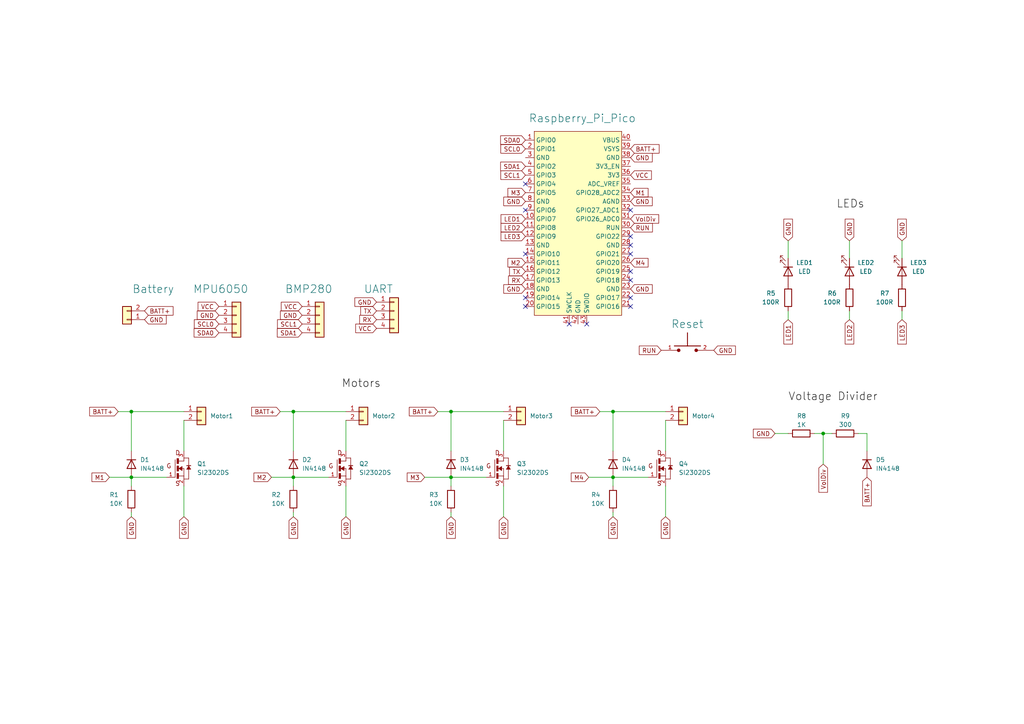
<source format=kicad_sch>
(kicad_sch (version 20230121) (generator eeschema)
  (paper "A4")
  (title_block (title "Pi pico drone") (date "2024-01-12") (rev "1.0"))
  (lib_symbols
    (symbol "Connector_Generic:Conn_01x02" (pin_names (offset 1.016) hide)
      (property "Reference" "J" (at 0 2.54 0))
      (property "Value" "Conn_01x02" (at 0 -5.08 0))
      (symbol "Conn_01x02_1_1"
        (rectangle (start -1.27 -2.413) (end 0 -2.667) (stroke (width 0.1524)))
        (rectangle (start -1.27 0.127) (end 0 -0.127) (stroke (width 0.1524)))
        (rectangle (start -1.27 1.27) (end 1.27 -3.81) (stroke (width 0.254)) (fill (type background)))
        (pin passive line (at -5.08 0 0) (length 3.81) (name "Pin_1") (number "1"))
        (pin passive line (at -5.08 -2.54 0) (length 3.81) (name "Pin_2") (number "2"))
      )
    )
    (symbol "Connector_Generic:Conn_01x04" (pin_names (offset 1.016) hide)
      (property "Reference" "J" (at 0 5.08 0))
      (property "Value" "Conn_01x04" (at 0 -7.62 0))
      (symbol "Conn_01x04_1_1"
        (rectangle (start -1.27 -4.953) (end 0 -5.207) (stroke (width 0.1524)))
        (rectangle (start -1.27 -2.413) (end 0 -2.667) (stroke (width 0.1524)))
        (rectangle (start -1.27 0.127) (end 0 -0.127) (stroke (width 0.1524)))
        (rectangle (start -1.27 2.667) (end 0 2.413) (stroke (width 0.1524)))
        (rectangle (start -1.27 3.81) (end 1.27 -6.35) (stroke (width 0.254)) (fill (type background)))
        (pin passive line (at -5.08 2.54 0) (length 3.81) (name "Pin_1") (number "1"))
        (pin passive line (at -5.08 0 0) (length 3.81) (name "Pin_2") (number "2"))
        (pin passive line (at -5.08 -2.54 0) (length 3.81) (name "Pin_3") (number "3"))
        (pin passive line (at -5.08 -5.08 0) (length 3.81) (name "Pin_4") (number "4"))
      )
    )
    (symbol "Device:LED" (pin_numbers hide) (pin_names (offset 1.016) hide)
      (property "Reference" "D" (at 0 2.54 0))
      (property "Value" "LED" (at 0 -2.54 0))
      (symbol "LED_0_1"
        (polyline (pts (xy -1.27 -1.27) (xy -1.27 1.27)) (stroke (width 0.254)))
        (polyline (pts (xy -1.27 0) (xy 1.27 0)))
        (polyline (pts (xy 1.27 -1.27) (xy 1.27 1.27) (xy -1.27 0) (xy 1.27 -1.27)) (stroke (width 0.254)))
        (polyline (pts (xy -3.048 -0.762) (xy -4.572 -2.286) (xy -3.81 -2.286) (xy -4.572 -2.286) (xy -4.572 -1.524)))
        (polyline (pts (xy -1.778 -0.762) (xy -3.302 -2.286) (xy -2.54 -2.286) (xy -3.302 -2.286) (xy -3.302 -1.524)))
      )
      (symbol "LED_1_1"
        (pin passive line (at -3.81 0 0) (length 2.54) (name "K") (number "1"))
        (pin passive line (at 3.81 0 180) (length 2.54) (name "A") (number "2"))
      )
    )
    (symbol "SI2302 Transistor:SI2302DS" (pin_names (offset 1.016))
      (property "Reference" "Q" (at 2.5448 2.5448 0))
      (property "Value" "SI2302DS" (at 2.5436 0 0))
      (symbol "SI2302DS_0_0"
        (rectangle (start -2.0357 -2.9263) (end -1.524 -1.397) (stroke (width 0.1)) (fill (type outline)))
        (rectangle (start -2.0358 1.3996) (end -1.524 2.921) (stroke (width 0.1)) (fill (type outline)))
        (rectangle (start -2.0345 -0.763) (end -1.524 0.762) (stroke (width 0.1)) (fill (type outline)))
        (polyline (pts (xy -2.54 -2.54) (xy -2.54 2.54)) (stroke (width 0.1524)))
        (polyline (pts (xy -1.524 -2.159) (xy 0 -2.159)) (stroke (width 0.1524)))
        (polyline (pts (xy -1.524 2.159) (xy 0 2.159)) (stroke (width 0.1524)))
        (polyline (pts (xy -0.508 0) (xy 0 0)) (stroke (width 0.1524)))
        (polyline (pts (xy 0 -2.159) (xy 0 -2.54)) (stroke (width 0.1524)))
        (polyline (pts (xy 0 0) (xy 0 -2.159)) (stroke (width 0.1524)))
        (polyline (pts (xy 0 2.159) (xy 0 2.54)) (stroke (width 0.1524)))
        (polyline (pts (xy 0 3.048) (xy 1.397 3.048)) (stroke (width 0.1524)))
        (polyline (pts (xy 1.397 -3.048) (xy 0 -3.048)) (stroke (width 0.1524)))
        (polyline (pts (xy 1.397 -0.254) (xy 1.397 -3.048)) (stroke (width 0.1524)))
        (polyline (pts (xy 1.397 3.048) (xy 1.397 0.762)) (stroke (width 0.1524)))
        (polyline (pts (xy -1.524 0) (xy -0.508 0.635) (xy -0.508 -0.635) (xy -1.524 0)) (stroke (width 0.1016)) (fill (type outline)))
        (polyline (pts (xy 1.397 0.762) (xy 2.032 -0.254) (xy 0.762 -0.254) (xy 1.397 0.762)) (stroke (width 0.1016)) (fill (type outline)))
        (rectangle (start 0.7634 0.7634) (end 2.032 0.889) (stroke (width 0.1)) (fill (type outline)))
        (text "D" (at -2.5442 3.8163 0) (effects (font (size 1.2721 1.2721)) (justify left bottom)))
        (text "G" (at -5.0907 0 0) (effects (font (size 1.2727 1.2727)) (justify left bottom)))
        (text "S" (at -2.5451 -5.0902 0) (effects (font (size 1.2726 1.2726)) (justify left bottom)))
        (pin passive line (at -5.08 -2.54 0) (length 2.54) (name "~") (number "1"))
        (pin passive line (at 0 -5.08 90) (length 2.54) (name "~") (number "2"))
        (pin passive line (at 0 5.08 270) (length 2.54) (name "~") (number "3"))
      )
    )
    (symbol "ScottoKeebs:MCU_Raspberry_Pi_Pico"
      (property "Reference" "U" (at 0 0 0))
      (property "Value" "Raspberry_Pi_Pico" (at 0 27.94 0))
      (symbol "MCU_Raspberry_Pi_Pico_0_1"
        (rectangle (start -12.7 26.67) (end 12.7 -26.67) (fill (type background)))
      )
      (symbol "MCU_Raspberry_Pi_Pico_1_1"
        (pin bidirectional line (at -15.24 24.13 0) (length 2.54) (name "GPIO0") (number "1"))
        (pin bidirectional line (at -15.24 1.27 0) (length 2.54) (name "GPIO7") (number "10"))
        (pin bidirectional line (at -15.24 -1.27 0) (length 2.54) (name "GPIO8") (number "11"))
        (pin bidirectional line (at -15.24 -3.81 0) (length 2.54) (name "GPIO9") (number "12"))
        (pin power_in line (at -15.24 -6.35 0) (length 2.54) (name "GND") (number "13"))
        (pin bidirectional line (at -15.24 -8.89 0) (length 2.54) (name "GPIO10") (number "14"))
        (pin bidirectional line (at -15.24 -11.43 0) (length 2.54) (name "GPIO11") (number "15"))
        (pin bidirectional line (at -15.24 -13.97 0) (length 2.54) (name "GPIO12") (number "16"))
        (pin bidirectional line (at -15.24 -16.51 0) (length 2.54) (name "GPIO13") (number "17"))
        (pin power_in line (at -15.24 -19.05 0) (length 2.54) (name "GND") (number "18"))
        (pin bidirectional line (at -15.24 -21.59 0) (length 2.54) (name "GPIO14") (number "19"))
        (pin bidirectional line (at -15.24 21.59 0) (length 2.54) (name "GPIO1") (number "2"))
        (pin bidirectional line (at -15.24 -24.13 0) (length 2.54) (name "GPIO15") (number "20"))
        (pin bidirectional line (at 15.24 -24.13 180) (length 2.54) (name "GPIO16") (number "21"))
        (pin bidirectional line (at 15.24 -21.59 180) (length 2.54) (name "GPIO17") (number "22"))
        (pin power_in line (at 15.24 -19.05 180) (length 2.54) (name "GND") (number "23"))
        (pin bidirectional line (at 15.24 -16.51 180) (length 2.54) (name "GPIO18") (number "24"))
        (pin bidirectional line (at 15.24 -13.97 180) (length 2.54) (name "GPIO19") (number "25"))
        (pin bidirectional line (at 15.24 -11.43 180) (length 2.54) (name "GPIO20") (number "26"))
        (pin bidirectional line (at 15.24 -8.89 180) (length 2.54) (name "GPIO21") (number "27"))
        (pin power_in line (at 15.24 -6.35 180) (length 2.54) (name "GND") (number "28"))
        (pin bidirectional line (at 15.24 -3.81 180) (length 2.54) (name "GPIO22") (number "29"))
        (pin power_in line (at -15.24 19.05 0) (length 2.54) (name "GND") (number "3"))
        (pin input line (at 15.24 -1.27 180) (length 2.54) (name "RUN") (number "30"))
        (pin bidirectional line (at 15.24 1.27 180) (length 2.54) (name "GPIO26_ADC0") (number "31"))
        (pin bidirectional line (at 15.24 3.81 180) (length 2.54) (name "GPIO27_ADC1") (number "32"))
        (pin power_in line (at 15.24 6.35 180) (length 2.54) (name "AGND") (number "33"))
        (pin bidirectional line (at 15.24 8.89 180) (length 2.54) (name "GPIO28_ADC2") (number "34"))
        (pin power_in line (at 15.24 11.43 180) (length 2.54) (name "ADC_VREF") (number "35"))
        (pin power_in line (at 15.24 13.97 180) (length 2.54) (name "3V3") (number "36"))
        (pin input line (at 15.24 16.51 180) (length 2.54) (name "3V3_EN") (number "37"))
        (pin bidirectional line (at 15.24 19.05 180) (length 2.54) (name "GND") (number "38"))
        (pin power_in line (at 15.24 21.59 180) (length 2.54) (name "VSYS") (number "39"))
        (pin bidirectional line (at -15.24 16.51 0) (length 2.54) (name "GPIO2") (number "4"))
        (pin power_in line (at 15.24 24.13 180) (length 2.54) (name "VBUS") (number "40"))
        (pin input line (at -2.54 -29.21 90) (length 2.54) (name "SWCLK") (number "41"))
        (pin power_in line (at 0 -29.21 90) (length 2.54) (name "GND") (number "42"))
        (pin bidirectional line (at 2.54 -29.21 90) (length 2.54) (name "SWDIO") (number "43"))
        (pin bidirectional line (at -15.24 13.97 0) (length 2.54) (name "GPIO3") (number "5"))
        (pin bidirectional line (at -15.24 11.43 0) (length 2.54) (name "GPIO4") (number "6"))
        (pin bidirectional line (at -15.24 8.89 0) (length 2.54) (name "GPIO5") (number "7"))
        (pin power_in line (at -15.24 6.35 0) (length 2.54) (name "GND") (number "8"))
        (pin bidirectional line (at -15.24 3.81 0) (length 2.54) (name "GPIO6") (number "9"))
      )
    )
    (symbol "ScottoKeebs:Placeholder_Diode" (pin_numbers hide) (pin_names hide)
      (property "Reference" "D" (at 0 2.54 0))
      (property "Value" "Diode" (at 0 -2.54 0))
      (symbol "Placeholder_Diode_0_1"
        (polyline (pts (xy -1.27 1.27) (xy -1.27 -1.27)) (stroke (width 0.254)))
        (polyline (pts (xy 1.27 0) (xy -1.27 0)))
        (polyline (pts (xy 1.27 1.27) (xy 1.27 -1.27) (xy -1.27 0) (xy 1.27 1.27)) (stroke (width 0.254)))
      )
      (symbol "Placeholder_Diode_1_1"
        (pin passive line (at -3.81 0 0) (length 2.54) (name "K") (number "1"))
        (pin passive line (at 3.81 0 180) (length 2.54) (name "A") (number "2"))
      )
    )
    (symbol "ScottoKeebs:Placeholder_Resistor" (pin_numbers hide) (pin_names (offset 0))
      (property "Reference" "R" (at 0 2.032 0))
      (property "Value" "Resistor" (at 0 -2.54 0))
      (symbol "Placeholder_Resistor_0_1"
        (rectangle (start 2.54 -1.016) (end -2.54 1.016) (stroke (width 0.254)))
      )
      (symbol "Placeholder_Resistor_1_1"
        (pin passive line (at -3.81 0 0) (length 1.27) (name "~") (number "1"))
        (pin passive line (at 3.81 0 180) (length 1.27) (name "~") (number "2"))
      )
    )
    (symbol "SnapMagic SMT Tactile Switch:TS10-63-26-BE-250-SMT-TR" (pin_names (offset 1.016))
      (property "Reference" "S" (at -5.08 6.35 0))
      (property "Value" "TS10-63-26-BE-250-SMT-TR" (at -5.08 -5.08 0))
      (symbol "TS10-63-26-BE-250-SMT-TR_0_0"
        (circle (center -2.54 0) (radius 0.254) (stroke (width 0.508)))
        (polyline (pts (xy -3.81 1.27) (xy 0 1.27)) (stroke (width 0.254)))
        (polyline (pts (xy 0 1.27) (xy 0 5.08)) (stroke (width 0.254)))
        (polyline (pts (xy 0 1.27) (xy 3.81 1.27)) (stroke (width 0.254)))
        (circle (center 2.54 0) (radius 0.254) (stroke (width 0.508)))
        (pin passive line (at -7.62 0 0) (length 5.08) (name "~") (number "1"))
        (pin passive line (at 7.62 0 180) (length 5.08) (name "~") (number "2"))
      )
    )
  )
  (junction (at 85.09 138.43))
  (junction (at 238.76 125.73))
  (junction (at 177.8 119.38))
  (junction (at 85.09 119.38))
  (junction (at 177.8 138.43))
  (junction (at 38.1 138.43))
  (junction (at 130.81 138.43))
  (junction (at 130.81 119.38))
  (junction (at 38.1 119.38))
  (no_connect (at 182.88 78.74))
  (no_connect (at 152.4 86.36))
  (no_connect (at 152.4 53.34))
  (no_connect (at 182.88 81.28))
  (no_connect (at 152.4 88.9))
  (no_connect (at 182.88 88.9))
  (no_connect (at 182.88 73.66))
  (no_connect (at 182.88 86.36))
  (no_connect (at 182.88 71.12))
  (no_connect (at 170.18 93.98))
  (no_connect (at 165.1 93.98))
  (no_connect (at 182.88 68.58))
  (no_connect (at 152.4 73.66))
  (no_connect (at 182.88 60.96))
  (no_connect (at 152.4 60.96))
  (wire (pts (xy 85.09 119.38) (xy 100.33 119.38)))
  (wire (pts (xy 261.62 69.85) (xy 261.62 74.93)))
  (wire (pts (xy 130.81 138.43) (xy 140.97 138.43)))
  (wire (pts (xy 53.34 149.86) (xy 53.34 140.97)))
  (wire (pts (xy 251.46 125.73) (xy 251.46 130.81)))
  (wire (pts (xy 193.04 149.86) (xy 193.04 140.97)))
  (wire (pts (xy 130.81 119.38) (xy 146.05 119.38)))
  (wire (pts (xy 146.05 149.86) (xy 146.05 140.97)))
  (wire (pts (xy 177.8 119.38) (xy 177.8 130.81)))
  (wire (pts (xy 173.99 119.38) (xy 177.8 119.38)))
  (wire (pts (xy 171.7254 138.4272) (xy 171.7254 138.43)))
  (wire (pts (xy 85.09 138.43) (xy 95.25 138.43)))
  (wire (pts (xy 130.81 138.43) (xy 130.81 140.97)))
  (wire (pts (xy 248.92 125.73) (xy 251.46 125.73)))
  (wire (pts (xy 238.76 125.73) (xy 241.3 125.73)))
  (wire (pts (xy 130.81 149.86) (xy 130.81 148.59)))
  (wire (pts (xy 261.62 92.71) (xy 261.62 90.17)))
  (wire (pts (xy 171.7254 138.43) (xy 177.8 138.43)))
  (wire (pts (xy 246.38 92.71) (xy 246.38 90.17)))
  (wire (pts (xy 38.1 119.38) (xy 53.34 119.38)))
  (wire (pts (xy 78.74 138.43) (xy 85.09 138.43)))
  (wire (pts (xy 85.09 119.38) (xy 85.09 130.81)))
  (wire (pts (xy 100.33 149.86) (xy 100.33 140.97)))
  (wire (pts (xy 81.28 119.38) (xy 85.09 119.38)))
  (wire (pts (xy 38.1 119.38) (xy 38.1 130.81)))
  (wire (pts (xy 31.75 138.43) (xy 38.1 138.43)))
  (wire (pts (xy 177.8 138.43) (xy 187.96 138.43)))
  (wire (pts (xy 146.05 121.92) (xy 146.05 130.81)))
  (wire (pts (xy 246.38 69.85) (xy 246.38 74.93)))
  (wire (pts (xy 127 119.38) (xy 130.81 119.38)))
  (wire (pts (xy 228.6 92.71) (xy 228.6 90.17)))
  (wire (pts (xy 38.1 138.43) (xy 38.1 140.97)))
  (wire (pts (xy 100.33 121.92) (xy 100.33 130.81)))
  (wire (pts (xy 193.04 121.92) (xy 193.04 130.81)))
  (wire (pts (xy 85.09 138.43) (xy 85.09 140.97)))
  (wire (pts (xy 170.7645 138.4272) (xy 171.7254 138.4272)))
  (wire (pts (xy 238.76 125.73) (xy 238.76 134.62)))
  (wire (pts (xy 177.8 119.38) (xy 193.04 119.38)))
  (wire (pts (xy 38.1 149.86) (xy 38.1 148.59)))
  (wire (pts (xy 53.34 121.92) (xy 53.34 130.81)))
  (wire (pts (xy 224.79 125.73) (xy 228.6 125.73)))
  (wire (pts (xy 177.8 149.86) (xy 177.8 148.59)))
  (wire (pts (xy 123.19 138.43) (xy 130.81 138.43)))
  (wire (pts (xy 34.29 119.38) (xy 38.1 119.38)))
  (wire (pts (xy 38.1 138.43) (xy 48.26 138.43)))
  (wire (pts (xy 236.22 125.73) (xy 238.76 125.73)))
  (wire (pts (xy 228.6 69.85) (xy 228.6 74.93)))
  (wire (pts (xy 85.09 149.86) (xy 85.09 148.59)))
  (wire (pts (xy 130.81 119.38) (xy 130.81 130.81)))
  (wire (pts (xy 177.8 138.43) (xy 177.8 140.97)))
  (label "Motors" (at 99.06 113.03 0) (effects (font (size 2.27 2.27))))
  (label "Voltage Divider" (at 228.6 116.84 0) (effects (font (size 2.27 2.27))))
  (label "LEDs" (at 242.57 60.96 0) (effects (font (size 2.27 2.27))))
  (global_label "GND" (shape input) (at 85.09 149.86 270) (property "Intersheetrefs" "${INTERSHEET_REFS}" (effects hide)))
  (global_label "GND" (shape input) (at 182.88 58.42 0) (property "Intersheetrefs" "${INTERSHEET_REFS}" (effects hide)))
  (global_label "BATT+" (shape input) (at 127 119.38 180) (property "Intersheetrefs" "${INTERSHEET_REFS}" (effects hide)))
  (global_label "GND" (shape input) (at 38.1 149.86 270) (property "Intersheetrefs" "${INTERSHEET_REFS}" (effects hide)))
  (global_label "LED1" (shape input) (at 152.4 63.5 180) (property "Intersheetrefs" "${INTERSHEET_REFS}" (effects hide)))
  (global_label "M1" (shape input) (at 31.75 138.43 180) (property "Intersheetrefs" "${INTERSHEET_REFS}" (effects hide)))
  (global_label "GND" (shape input) (at 182.88 45.72 0) (property "Intersheetrefs" "${INTERSHEET_REFS}" (effects hide)))
  (global_label "VCC" (shape input) (at 63.5 88.9 180) (property "Intersheetrefs" "${INTERSHEET_REFS}" (effects hide)))
  (global_label "SDA1" (shape input) (at 152.4 48.26 180) (property "Intersheetrefs" "${INTERSHEET_REFS}" (effects hide)))
  (global_label "BATT+" (shape input) (at 81.28 119.38 180) (property "Intersheetrefs" "${INTERSHEET_REFS}" (effects hide)))
  (global_label "LED2" (shape input) (at 152.4 66.04 180) (property "Intersheetrefs" "${INTERSHEET_REFS}" (effects hide)))
  (global_label "LED3" (shape input) (at 152.4 68.58 180) (property "Intersheetrefs" "${INTERSHEET_REFS}" (effects hide)))
  (global_label "VCC" (shape input) (at 87.63 88.9 180) (property "Intersheetrefs" "${INTERSHEET_REFS}" (effects hide)))
  (global_label "LED2" (shape input) (at 246.38 92.71 270) (property "Intersheetrefs" "${INTERSHEET_REFS}" (effects hide)))
  (global_label "M2" (shape input) (at 152.4 76.2 180) (property "Intersheetrefs" "${INTERSHEET_REFS}" (effects hide)))
  (global_label "M1" (shape input) (at 182.88 55.88 0) (property "Intersheetrefs" "${INTERSHEET_REFS}" (effects hide)))
  (global_label "VolDiv" (shape input) (at 182.88 63.5 0) (property "Intersheetrefs" "${INTERSHEET_REFS}" (effects hide)))
  (global_label "GND" (shape input) (at 228.6 69.85 90) (property "Intersheetrefs" "${INTERSHEET_REFS}" (effects hide)))
  (global_label "GND" (shape input) (at 152.4 83.82 180) (property "Intersheetrefs" "${INTERSHEET_REFS}" (effects hide)))
  (global_label "RX" (shape input) (at 152.4 81.28 180) (property "Intersheetrefs" "${INTERSHEET_REFS}" (effects hide)))
  (global_label "SDA0" (shape input) (at 152.4 40.64 180) (property "Intersheetrefs" "${INTERSHEET_REFS}" (effects hide)))
  (global_label "BATT+" (shape input) (at 41.91 90.17 0) (property "Intersheetrefs" "${INTERSHEET_REFS}" (effects hide)))
  (global_label "M3" (shape input) (at 123.19 138.43 180) (property "Intersheetrefs" "${INTERSHEET_REFS}" (effects hide)))
  (global_label "BATT+" (shape input) (at 182.88 43.18 0) (property "Intersheetrefs" "${INTERSHEET_REFS}" (effects hide)))
  (global_label "SCL1" (shape input) (at 152.4 50.8 180) (property "Intersheetrefs" "${INTERSHEET_REFS}" (effects hide)))
  (global_label "RUN" (shape input) (at 191.77 101.6 180) (property "Intersheetrefs" "${INTERSHEET_REFS}" (effects hide)))
  (global_label "BATT+" (shape input) (at 34.29 119.38 180) (property "Intersheetrefs" "${INTERSHEET_REFS}" (effects hide)))
  (global_label "BATT+" (shape input) (at 251.46 138.43 270) (property "Intersheetrefs" "${INTERSHEET_REFS}" (effects hide)))
  (global_label "SCL1" (shape input) (at 87.63 93.98 180) (property "Intersheetrefs" "${INTERSHEET_REFS}" (effects hide)))
  (global_label "GND" (shape input) (at 100.33 149.86 270) (property "Intersheetrefs" "${INTERSHEET_REFS}" (effects hide)))
  (global_label "TX" (shape input) (at 152.4 78.74 180) (property "Intersheetrefs" "${INTERSHEET_REFS}" (effects hide)))
  (global_label "LED3" (shape input) (at 261.62 92.71 270) (property "Intersheetrefs" "${INTERSHEET_REFS}" (effects hide)))
  (global_label "GND" (shape input) (at 87.63 91.44 180) (property "Intersheetrefs" "${INTERSHEET_REFS}" (effects hide)))
  (global_label "GND" (shape input) (at 41.91 92.71 0) (property "Intersheetrefs" "${INTERSHEET_REFS}" (effects hide)))
  (global_label "VCC" (shape input) (at 109.22 95.25 180) (property "Intersheetrefs" "${INTERSHEET_REFS}" (effects hide)))
  (global_label "SCL0" (shape input) (at 152.4 43.18 180) (property "Intersheetrefs" "${INTERSHEET_REFS}" (effects hide)))
  (global_label "GND" (shape input) (at 224.79 125.73 180) (property "Intersheetrefs" "${INTERSHEET_REFS}" (effects hide)))
  (global_label "GND" (shape input) (at 207.01 101.6 0) (property "Intersheetrefs" "${INTERSHEET_REFS}" (effects hide)))
  (global_label "M3" (shape input) (at 152.4 55.88 180) (property "Intersheetrefs" "${INTERSHEET_REFS}" (effects hide)))
  (global_label "GND" (shape input) (at 63.5 91.44 180) (property "Intersheetrefs" "${INTERSHEET_REFS}" (effects hide)))
  (global_label "M4" (shape input) (at 170.7645 138.4272 180) (property "Intersheetrefs" "${INTERSHEET_REFS}" (effects hide)))
  (global_label "GND" (shape input) (at 130.81 149.86 270) (property "Intersheetrefs" "${INTERSHEET_REFS}" (effects hide)))
  (global_label "RX" (shape input) (at 109.22 92.71 180) (property "Intersheetrefs" "${INTERSHEET_REFS}" (effects hide)))
  (global_label "BATT+" (shape input) (at 173.99 119.38 180) (property "Intersheetrefs" "${INTERSHEET_REFS}" (effects hide)))
  (global_label "GND" (shape input) (at 193.04 149.86 270) (property "Intersheetrefs" "${INTERSHEET_REFS}" (effects hide)))
  (global_label "GND" (shape input) (at 152.4 58.42 180) (property "Intersheetrefs" "${INTERSHEET_REFS}" (effects hide)))
  (global_label "GND" (shape input) (at 146.05 149.86 270) (property "Intersheetrefs" "${INTERSHEET_REFS}" (effects hide)))
  (global_label "GND" (shape input) (at 261.62 69.85 90) (property "Intersheetrefs" "${INTERSHEET_REFS}" (effects hide)))
  (global_label "TX" (shape input) (at 109.22 90.17 180) (property "Intersheetrefs" "${INTERSHEET_REFS}" (effects hide)))
  (global_label "GND" (shape input) (at 109.22 87.63 180) (property "Intersheetrefs" "${INTERSHEET_REFS}" (effects hide)))
  (global_label "GND" (shape input) (at 246.38 69.85 90) (property "Intersheetrefs" "${INTERSHEET_REFS}" (effects hide)))
  (global_label "M2" (shape input) (at 78.74 138.43 180) (property "Intersheetrefs" "${INTERSHEET_REFS}" (effects hide)))
  (global_label "GND" (shape input) (at 53.34 149.86 270) (property "Intersheetrefs" "${INTERSHEET_REFS}" (effects hide)))
  (global_label "VolDiv" (shape input) (at 238.76 134.62 270) (property "Intersheetrefs" "${INTERSHEET_REFS}" (effects hide)))
  (global_label "LED1" (shape input) (at 228.6 92.71 270) (property "Intersheetrefs" "${INTERSHEET_REFS}" (effects hide)))
  (global_label "SCL0" (shape input) (at 63.5 93.98 180) (property "Intersheetrefs" "${INTERSHEET_REFS}" (effects hide)))
  (global_label "GND" (shape input) (at 182.88 83.82 0) (property "Intersheetrefs" "${INTERSHEET_REFS}" (effects hide)))
  (global_label "M4" (shape input) (at 182.88 76.2 0) (property "Intersheetrefs" "${INTERSHEET_REFS}" (effects hide)))
  (global_label "SDA1" (shape input) (at 87.63 96.52 180) (property "Intersheetrefs" "${INTERSHEET_REFS}" (effects hide)))
  (global_label "RUN" (shape input) (at 182.88 66.04 0) (property "Intersheetrefs" "${INTERSHEET_REFS}" (effects hide)))
  (global_label "VCC" (shape input) (at 182.88 50.8 0) (property "Intersheetrefs" "${INTERSHEET_REFS}" (effects hide)))
  (global_label "SDA0" (shape input) (at 63.5 96.52 180) (property "Intersheetrefs" "${INTERSHEET_REFS}" (effects hide)))
  (global_label "GND" (shape input) (at 177.8 149.86 270) (property "Intersheetrefs" "${INTERSHEET_REFS}" (effects hide)))
  (symbol (lib_id "Connector_Generic:Conn_01x02") (at 58.42 119.38 0) (unit 1)
    (property "Reference" "Motor1" (at 60.96 120.65 0) (effects (justify left)))
    (property "Value" "Conn_01x02" (effects hide))
    (property "Footprint" "Connector_PinHeader_2.54mm:PinHeader_1x02_P2.54mm_Vertical" (effects hide))
  )
  (symbol (lib_id "Connector_Generic:Conn_01x02") (at 105.41 119.38 0) (unit 1)
    (property "Reference" "Motor2" (at 107.95 120.65 0) (effects (justify left)))
    (property "Value" "Conn_01x02" (effects hide))
    (property "Footprint" "Connector_PinHeader_2.54mm:PinHeader_1x02_P2.54mm_Vertical" (effects hide))
  )
  (symbol (lib_id "ScottoKeebs:Placeholder_Resistor") (at 232.41 125.73 0) (unit 1)
    (property "Reference" "R8" (at 231.14 120.65 0) (effects (justify left)))
    (property "Value" "1K" (at 231.14 123.19 0) (effects (justify left)))
    (property "Footprint" "Resistor_THT:R_Axial_DIN0207_L6.3mm_D2.5mm_P7.62mm_Horizontal" (effects hide))
  )
  (symbol (lib_id "ScottoKeebs:Placeholder_Resistor") (at 245.11 125.73 0) (unit 1)
    (property "Reference" "R9" (at 243.84 120.65 0) (effects (justify left)))
    (property "Value" "300" (at 243.286 123.1493 0) (effects (justify left)))
    (property "Footprint" "Resistor_THT:R_Axial_DIN0207_L6.3mm_D2.5mm_P7.62mm_Horizontal" (effects hide))
  )
  (symbol (lib_id "Connector_Generic:Conn_01x02") (at 36.83 92.71 180) (unit 1)
    (property "Reference" "Battery" (at 44.45 83.82 0) (effects (font (size 2.27 2.27))))
    (property "Value" "Conn_01x02" (effects hide))
    (property "Footprint" "Connector_PinHeader_2.54mm:PinHeader_1x02_P2.54mm_Vertical" (effects hide))
  )
  (symbol (lib_id "ScottoKeebs:Placeholder_Resistor") (at 177.8 144.78 270) (unit 1)
    (property "Reference" "R4" (at 171.45 143.51 90) (effects (justify left)))
    (property "Value" "10K" (at 171.45 146.05 90) (effects (justify left)))
    (property "Footprint" "Resistor_THT:R_Axial_DIN0207_L6.3mm_D2.5mm_P7.62mm_Horizontal" (effects hide))
  )
  (symbol (lib_id "ScottoKeebs:Placeholder_Diode") (at 38.1 134.62 270) (unit 1)
    (property "Reference" "D1" (at 40.64 133.35 90) (effects (justify left)))
    (property "Value" "IN4148" (at 40.64 135.89 90) (effects (justify left)))
    (property "Footprint" "ScottoKeebs_Components:Diode_DO-35" (effects hide))
    (property "Sim.Device" "D" (effects hide))
    (property "Sim.Pins" "1=K 2=A" (effects hide))
  )
  (symbol (lib_id "ScottoKeebs:Placeholder_Resistor") (at 38.1 144.78 270) (unit 1)
    (property "Reference" "R1" (at 31.75 143.51 90) (effects (justify left)))
    (property "Value" "10K" (at 31.75 146.05 90) (effects (justify left)))
    (property "Footprint" "Resistor_THT:R_Axial_DIN0207_L6.3mm_D2.5mm_P7.62mm_Horizontal" (effects hide))
  )
  (symbol (lib_id "SI2302 Transistor:SI2302DS") (at 193.04 135.89 0) (unit 1)
    (property "Reference" "Q4" (at 196.85 134.5311 0) (effects (justify left)))
    (property "Value" "SI2302DS" (at 196.85 137.0711 0) (effects (justify left)))
    (property "Footprint" "SnapMagic Footprints:SI2302" (effects hide))
    (property "MF" "NXP Semiconductors" (effects hide))
    (property "Description" "\nN-Channel 20V 2.5A (Tc) 830mW (Tc) Surface Mount TO-236AB (SOT23)\n" (effects hide))
    (property "Package" "SC-59 NXP Semiconductors" (effects hide))
    (property "Price" "None" (effects hide))
    (property "SnapEDA_Link" "https://www.snapeda.com/parts/SI2302DS/NXP+Semiconductors/view-part/?ref=snap" (effects hide))
    (property "MP" "SI2302DS" (effects hide))
    (property "Availability" "In Stock" (effects hide))
    (property "Check_prices" "https://www.snapeda.com/parts/SI2302DS/NXP+Semiconductors/view-part/?ref=eda" (effects hide))
  )
  (symbol (lib_id "ScottoKeebs:Placeholder_Resistor") (at 228.6 86.36 270) (unit 1)
    (property "Reference" "R5" (at 222.25 85.09 90) (effects (justify left)))
    (property "Value" "100R" (at 220.98 87.63 90) (effects (justify left)))
    (property "Footprint" "Resistor_THT:R_Axial_DIN0207_L6.3mm_D2.5mm_P7.62mm_Horizontal" (effects hide))
  )
  (symbol (lib_id "SI2302 Transistor:SI2302DS") (at 53.34 135.89 0) (unit 1)
    (property "Reference" "Q1" (at 57.15 134.5311 0) (effects (justify left)))
    (property "Value" "SI2302DS" (at 57.15 137.0711 0) (effects (justify left)))
    (property "Footprint" "SnapMagic Footprints:SI2302" (effects hide))
    (property "MF" "NXP Semiconductors" (effects hide))
    (property "Description" "\nN-Channel 20V 2.5A (Tc) 830mW (Tc) Surface Mount TO-236AB (SOT23)\n" (effects hide))
    (property "Package" "SC-59 NXP Semiconductors" (effects hide))
    (property "Price" "None" (effects hide))
    (property "SnapEDA_Link" "https://www.snapeda.com/parts/SI2302DS/NXP+Semiconductors/view-part/?ref=snap" (effects hide))
    (property "MP" "SI2302DS" (effects hide))
    (property "Availability" "In Stock" (effects hide))
    (property "Check_prices" "https://www.snapeda.com/parts/SI2302DS/NXP+Semiconductors/view-part/?ref=eda" (effects hide))
  )
  (symbol (lib_id "Device:LED") (at 261.62 78.74 270) (unit 1)
    (property "Reference" "LED3" (at 266.3825 76.2 90))
    (property "Value" "LED" (at 266.3825 78.74 90))
    (property "Footprint" "Connector_PinHeader_2.54mm:PinHeader_1x02_P2.54mm_Vertical" (effects hide))
  )
  (symbol (lib_id "Connector_Generic:Conn_01x02") (at 198.12 119.38 0) (unit 1)
    (property "Reference" "Motor4" (at 200.66 120.65 0) (effects (justify left)))
    (property "Value" "Conn_01x02" (effects hide))
    (property "Footprint" "Connector_PinHeader_2.54mm:PinHeader_1x02_P2.54mm_Vertical" (effects hide))
  )
  (symbol (lib_id "ScottoKeebs:Placeholder_Resistor") (at 261.62 86.36 270) (unit 1)
    (property "Reference" "R7" (at 255.27 85.09 90) (effects (justify left)))
    (property "Value" "100R" (at 254 87.63 90) (effects (justify left)))
    (property "Footprint" "Resistor_THT:R_Axial_DIN0207_L6.3mm_D2.5mm_P7.62mm_Horizontal" (effects hide))
  )
  (symbol (lib_id "ScottoKeebs:MCU_Raspberry_Pi_Pico") (at 167.64 64.77 0) (unit 1)
    (property "Reference" "U1" (effects hide))
    (property "Value" "Raspberry_Pi_Pico" (at 168.91 34.29 0) (effects (font (size 2.27 2.27))))
    (property "Footprint" "ScottoKeebs_MCU:Raspberry_Pi_Pico" (effects hide))
  )
  (symbol (lib_id "ScottoKeebs:Placeholder_Diode") (at 85.09 134.62 270) (unit 1)
    (property "Reference" "D2" (at 87.63 133.35 90) (effects (justify left)))
    (property "Value" "IN4148" (at 87.63 135.89 90) (effects (justify left)))
    (property "Footprint" "ScottoKeebs_Components:Diode_DO-35" (effects hide))
    (property "Sim.Device" "D" (effects hide))
    (property "Sim.Pins" "1=K 2=A" (effects hide))
  )
  (symbol (lib_id "Connector_Generic:Conn_01x02") (at 151.13 119.38 0) (unit 1)
    (property "Reference" "Motor3" (at 153.67 120.65 0) (effects (justify left)))
    (property "Value" "Conn_01x02" (effects hide))
    (property "Footprint" "Connector_PinHeader_2.54mm:PinHeader_1x02_P2.54mm_Vertical" (effects hide))
  )
  (symbol (lib_id "ScottoKeebs:Placeholder_Diode") (at 130.81 134.62 270) (unit 1)
    (property "Reference" "D3" (at 133.35 133.35 90) (effects (justify left)))
    (property "Value" "IN4148" (at 133.35 135.89 90) (effects (justify left)))
    (property "Footprint" "ScottoKeebs_Components:Diode_DO-35" (effects hide))
    (property "Sim.Device" "D" (effects hide))
    (property "Sim.Pins" "1=K 2=A" (effects hide))
  )
  (symbol (lib_id "SI2302 Transistor:SI2302DS") (at 146.05 135.89 0) (unit 1)
    (property "Reference" "Q3" (at 149.86 134.5311 0) (effects (justify left)))
    (property "Value" "SI2302DS" (at 149.86 137.0711 0) (effects (justify left)))
    (property "Footprint" "SnapMagic Footprints:SI2302" (effects hide))
    (property "MF" "NXP Semiconductors" (effects hide))
    (property "Description" "\nN-Channel 20V 2.5A (Tc) 830mW (Tc) Surface Mount TO-236AB (SOT23)\n" (effects hide))
    (property "Package" "SC-59 NXP Semiconductors" (effects hide))
    (property "Price" "None" (effects hide))
    (property "SnapEDA_Link" "https://www.snapeda.com/parts/SI2302DS/NXP+Semiconductors/view-part/?ref=snap" (effects hide))
    (property "MP" "SI2302DS" (effects hide))
    (property "Availability" "In Stock" (effects hide))
    (property "Check_prices" "https://www.snapeda.com/parts/SI2302DS/NXP+Semiconductors/view-part/?ref=eda" (effects hide))
  )
  (symbol (lib_id "SnapMagic SMT Tactile Switch:TS10-63-26-BE-250-SMT-TR") (at 199.39 101.6 0) (unit 1)
    (property "Reference" "S1" (effects hide))
    (property "Value" "Reset" (at 199.39 93.98 0) (effects (font (size 2.27 2.27))))
    (property "Footprint" "SnapMagic Footprints:smt_tactile_switch" (effects hide))
    (property "MF" "CUI Devices" (effects hide))
    (property "MAXIMUM_PACKAGE_HEIGHT" "2.8 mm" (effects hide))
    (property "Package" "None" (effects hide))
    (property "Price" "None" (effects hide))
    (property "Check_prices" "https://www.snapeda.com/parts/TS10-63-26-BE-250-SMT-TR/CUI+Devices/view-part/?ref=eda" (effects hide))
    (property "STANDARD" "Manufacturer Recommendations" (effects hide))
    (property "PARTREV" "1.0" (effects hide))
    (property "SnapEDA_Link" "https://www.snapeda.com/parts/TS10-63-26-BE-250-SMT-TR/CUI+Devices/view-part/?ref=snap" (effects hide))
    (property "MP" "TS10-63-26-BE-250-SMT-TR" (effects hide))
    (property "Purchase-URL" "https://www.snapeda.com/api/url_track_click_mouser/?unipart_id=11811545&manufacturer=CUI Devices&part_name=TS10-63-26-BE-250-SMT-TR&search_term=smd silicone switch" (effects hide))
    (property "Description" "\n6.1 x 3.8 mm, 2.6 mm Actuator Height, 250 gf, Surface Mount, SPST, Tactile Switch\n" (effects hide))
    (property "CUI_purchase_URL" "https://www.cuidevices.com/product/switches/tactile-switches/ts10-63-26-be-250-smt-tr?utm_source=snapeda.com&utm_medium=referral&utm_campaign=snapedaBOM" (effects hide))
    (property "Availability" "In Stock" (effects hide))
    (property "MANUFACTURER" "CUI Devices" (effects hide))
  )
  (symbol (lib_id "ScottoKeebs:Placeholder_Diode") (at 251.46 134.62 270) (unit 1)
    (property "Reference" "D5" (at 254 133.35 90) (effects (justify left)))
    (property "Value" "IN4148" (at 254 135.89 90) (effects (justify left)))
    (property "Footprint" "ScottoKeebs_Components:Diode_DO-35" (effects hide))
    (property "Sim.Device" "D" (effects hide))
    (property "Sim.Pins" "1=K 2=A" (effects hide))
  )
  (symbol (lib_id "SI2302 Transistor:SI2302DS") (at 100.33 135.89 0) (unit 1)
    (property "Reference" "Q2" (at 104.14 134.5311 0) (effects (justify left)))
    (property "Value" "SI2302DS" (at 104.14 137.0711 0) (effects (justify left)))
    (property "Footprint" "SnapMagic Footprints:SI2302" (effects hide))
    (property "MF" "NXP Semiconductors" (effects hide))
    (property "Description" "\nN-Channel 20V 2.5A (Tc) 830mW (Tc) Surface Mount TO-236AB (SOT23)\n" (effects hide))
    (property "Package" "SC-59 NXP Semiconductors" (effects hide))
    (property "Price" "None" (effects hide))
    (property "SnapEDA_Link" "https://www.snapeda.com/parts/SI2302DS/NXP+Semiconductors/view-part/?ref=snap" (effects hide))
    (property "MP" "SI2302DS" (effects hide))
    (property "Availability" "In Stock" (effects hide))
    (property "Check_prices" "https://www.snapeda.com/parts/SI2302DS/NXP+Semiconductors/view-part/?ref=eda" (effects hide))
  )
  (symbol (lib_id "ScottoKeebs:Placeholder_Diode") (at 177.8 134.62 270) (unit 1)
    (property "Reference" "D4" (at 180.34 133.35 90) (effects (justify left)))
    (property "Value" "IN4148" (at 180.34 135.89 90) (effects (justify left)))
    (property "Footprint" "ScottoKeebs_Components:Diode_DO-35" (effects hide))
    (property "Sim.Device" "D" (effects hide))
    (property "Sim.Pins" "1=K 2=A" (effects hide))
  )
  (symbol (lib_id "ScottoKeebs:Placeholder_Resistor") (at 130.81 144.78 270) (unit 1)
    (property "Reference" "R3" (at 124.46 143.51 90) (effects (justify left)))
    (property "Value" "10K" (at 124.46 146.05 90) (effects (justify left)))
    (property "Footprint" "Resistor_THT:R_Axial_DIN0207_L6.3mm_D2.5mm_P7.62mm_Horizontal" (effects hide))
  )
  (symbol (lib_id "Device:LED") (at 228.6 78.74 270) (unit 1)
    (property "Reference" "LED1" (at 233.3625 76.2 90))
    (property "Value" "LED" (at 233.3625 78.74 90))
    (property "Footprint" "Connector_PinHeader_2.54mm:PinHeader_1x02_P2.54mm_Vertical" (effects hide))
  )
  (symbol (lib_id "Device:LED") (at 246.38 78.74 270) (unit 1)
    (property "Reference" "LED2" (at 251.1425 76.2 90))
    (property "Value" "LED" (at 251.1425 78.74 90))
    (property "Footprint" "Connector_PinHeader_2.54mm:PinHeader_1x02_P2.54mm_Vertical" (effects hide))
  )
  (symbol (lib_id "Connector_Generic:Conn_01x04") (at 92.71 91.44 0) (unit 1)
    (property "Reference" "J2" (effects hide))
    (property "Value" "BMP280" (at 82.55 83.82 0) (effects (font (size 2.27 2.27)) (justify left)))
    (property "Footprint" "Connector_PinHeader_2.54mm:PinHeader_1x04_P2.54mm_Vertical" (effects hide))
  )
  (symbol (lib_id "ScottoKeebs:Placeholder_Resistor") (at 246.38 86.36 270) (unit 1)
    (property "Reference" "R6" (at 240.03 85.09 90) (effects (justify left)))
    (property "Value" "100R" (at 238.76 87.63 90) (effects (justify left)))
    (property "Footprint" "Resistor_THT:R_Axial_DIN0207_L6.3mm_D2.5mm_P7.62mm_Horizontal" (effects hide))
  )
  (symbol (lib_id "ScottoKeebs:Placeholder_Resistor") (at 85.09 144.78 270) (unit 1)
    (property "Reference" "R2" (at 78.74 143.51 90) (effects (justify left)))
    (property "Value" "10K" (at 78.74 146.05 90) (effects (justify left)))
    (property "Footprint" "Resistor_THT:R_Axial_DIN0207_L6.3mm_D2.5mm_P7.62mm_Horizontal" (effects hide))
  )
  (symbol (lib_id "Connector_Generic:Conn_01x04") (at 114.3 90.17 0) (unit 1)
    (property "Reference" "J3" (effects hide))
    (property "Value" "UART" (at 105.41 83.82 0) (effects (font (size 2.27 2.27)) (justify left)))
    (property "Footprint" "Connector_PinHeader_2.54mm:PinHeader_1x04_P2.54mm_Vertical" (effects hide))
  )
  (symbol (lib_id "Connector_Generic:Conn_01x04") (at 68.58 91.44 0) (unit 1)
    (property "Reference" "J1" (effects hide))
    (property "Value" "MPU6050" (at 55.88 83.82 0) (effects (font (size 2.27 2.27)) (justify left)))
    (property "Footprint" "Connector_PinHeader_2.54mm:PinHeader_1x04_P2.54mm_Vertical" (effects hide))
  )
)
</source>
